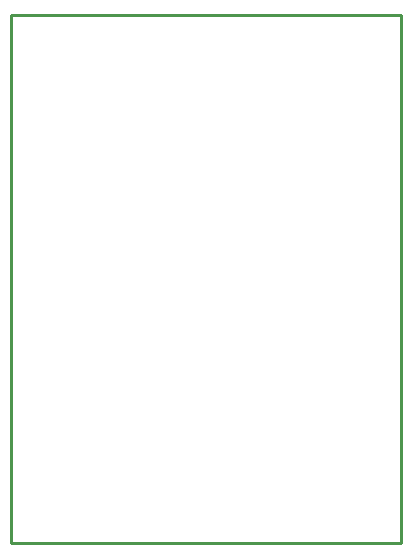
<source format=gko>
G04 Layer: BoardOutlineLayer*
G04 Panelize: , Column: 5, Row: 1, Board Size: 33mm x 44.75mm, Panelized Board Size: 173mm x 44.75mm*
G04 EasyEDA v6.5.51, 2025-08-29 13:19:12*
G04 ee4e1d7ef05e477ab0e75e15892c94f3,14c8f2514d444a3a831de9b613ea4171,10*
G04 Gerber Generator version 0.2*
G04 Scale: 100 percent, Rotated: No, Reflected: No *
G04 Dimensions in millimeters *
G04 leading zeros omitted , absolute positions ,4 integer and 5 decimal *
%FSLAX45Y45*%
%MOMM*%

%ADD10C,0.2540*%
%ADD11C,0.0142*%
D10*
X0Y0D02*
G01*
X0Y824992D01*
X3299968Y824992D01*
X3299968Y-3649979D01*
X0Y-3649979D01*
X0Y0D01*

%LPD*%
M02*

</source>
